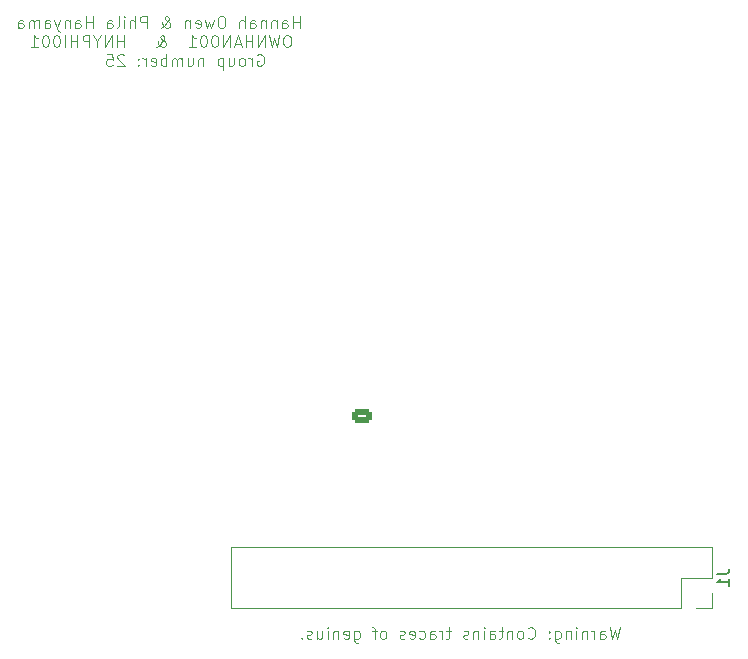
<source format=gbr>
%TF.GenerationSoftware,KiCad,Pcbnew,9.0.0*%
%TF.CreationDate,2025-04-16T10:09:12+02:00*%
%TF.ProjectId,EEE3088F Design project,45454533-3038-4384-9620-44657369676e,rev?*%
%TF.SameCoordinates,Original*%
%TF.FileFunction,Legend,Bot*%
%TF.FilePolarity,Positive*%
%FSLAX46Y46*%
G04 Gerber Fmt 4.6, Leading zero omitted, Abs format (unit mm)*
G04 Created by KiCad (PCBNEW 9.0.0) date 2025-04-16 10:09:12*
%MOMM*%
%LPD*%
G01*
G04 APERTURE LIST*
G04 Aperture macros list*
%AMRoundRect*
0 Rectangle with rounded corners*
0 $1 Rounding radius*
0 $2 $3 $4 $5 $6 $7 $8 $9 X,Y pos of 4 corners*
0 Add a 4 corners polygon primitive as box body*
4,1,4,$2,$3,$4,$5,$6,$7,$8,$9,$2,$3,0*
0 Add four circle primitives for the rounded corners*
1,1,$1+$1,$2,$3*
1,1,$1+$1,$4,$5*
1,1,$1+$1,$6,$7*
1,1,$1+$1,$8,$9*
0 Add four rect primitives between the rounded corners*
20,1,$1+$1,$2,$3,$4,$5,0*
20,1,$1+$1,$4,$5,$6,$7,0*
20,1,$1+$1,$6,$7,$8,$9,0*
20,1,$1+$1,$8,$9,$2,$3,0*%
G04 Aperture macros list end*
%ADD10C,0.100000*%
%ADD11C,0.150000*%
%ADD12C,0.120000*%
%ADD13C,3.000000*%
%ADD14RoundRect,0.250000X-0.625000X0.350000X-0.625000X-0.350000X0.625000X-0.350000X0.625000X0.350000X0*%
%ADD15O,1.750000X1.200000*%
%ADD16O,1.000000X1.700000*%
%ADD17R,1.700000X1.700000*%
%ADD18O,1.700000X1.700000*%
G04 APERTURE END LIST*
D10*
X135196115Y-68152531D02*
X135196115Y-67152531D01*
X135196115Y-67628721D02*
X134624687Y-67628721D01*
X134624687Y-68152531D02*
X134624687Y-67152531D01*
X133719925Y-68152531D02*
X133719925Y-67628721D01*
X133719925Y-67628721D02*
X133767544Y-67533483D01*
X133767544Y-67533483D02*
X133862782Y-67485864D01*
X133862782Y-67485864D02*
X134053258Y-67485864D01*
X134053258Y-67485864D02*
X134148496Y-67533483D01*
X133719925Y-68104912D02*
X133815163Y-68152531D01*
X133815163Y-68152531D02*
X134053258Y-68152531D01*
X134053258Y-68152531D02*
X134148496Y-68104912D01*
X134148496Y-68104912D02*
X134196115Y-68009673D01*
X134196115Y-68009673D02*
X134196115Y-67914435D01*
X134196115Y-67914435D02*
X134148496Y-67819197D01*
X134148496Y-67819197D02*
X134053258Y-67771578D01*
X134053258Y-67771578D02*
X133815163Y-67771578D01*
X133815163Y-67771578D02*
X133719925Y-67723959D01*
X133243734Y-67485864D02*
X133243734Y-68152531D01*
X133243734Y-67581102D02*
X133196115Y-67533483D01*
X133196115Y-67533483D02*
X133100877Y-67485864D01*
X133100877Y-67485864D02*
X132958020Y-67485864D01*
X132958020Y-67485864D02*
X132862782Y-67533483D01*
X132862782Y-67533483D02*
X132815163Y-67628721D01*
X132815163Y-67628721D02*
X132815163Y-68152531D01*
X132338972Y-67485864D02*
X132338972Y-68152531D01*
X132338972Y-67581102D02*
X132291353Y-67533483D01*
X132291353Y-67533483D02*
X132196115Y-67485864D01*
X132196115Y-67485864D02*
X132053258Y-67485864D01*
X132053258Y-67485864D02*
X131958020Y-67533483D01*
X131958020Y-67533483D02*
X131910401Y-67628721D01*
X131910401Y-67628721D02*
X131910401Y-68152531D01*
X131005639Y-68152531D02*
X131005639Y-67628721D01*
X131005639Y-67628721D02*
X131053258Y-67533483D01*
X131053258Y-67533483D02*
X131148496Y-67485864D01*
X131148496Y-67485864D02*
X131338972Y-67485864D01*
X131338972Y-67485864D02*
X131434210Y-67533483D01*
X131005639Y-68104912D02*
X131100877Y-68152531D01*
X131100877Y-68152531D02*
X131338972Y-68152531D01*
X131338972Y-68152531D02*
X131434210Y-68104912D01*
X131434210Y-68104912D02*
X131481829Y-68009673D01*
X131481829Y-68009673D02*
X131481829Y-67914435D01*
X131481829Y-67914435D02*
X131434210Y-67819197D01*
X131434210Y-67819197D02*
X131338972Y-67771578D01*
X131338972Y-67771578D02*
X131100877Y-67771578D01*
X131100877Y-67771578D02*
X131005639Y-67723959D01*
X130529448Y-68152531D02*
X130529448Y-67152531D01*
X130100877Y-68152531D02*
X130100877Y-67628721D01*
X130100877Y-67628721D02*
X130148496Y-67533483D01*
X130148496Y-67533483D02*
X130243734Y-67485864D01*
X130243734Y-67485864D02*
X130386591Y-67485864D01*
X130386591Y-67485864D02*
X130481829Y-67533483D01*
X130481829Y-67533483D02*
X130529448Y-67581102D01*
X128672305Y-67152531D02*
X128481829Y-67152531D01*
X128481829Y-67152531D02*
X128386591Y-67200150D01*
X128386591Y-67200150D02*
X128291353Y-67295388D01*
X128291353Y-67295388D02*
X128243734Y-67485864D01*
X128243734Y-67485864D02*
X128243734Y-67819197D01*
X128243734Y-67819197D02*
X128291353Y-68009673D01*
X128291353Y-68009673D02*
X128386591Y-68104912D01*
X128386591Y-68104912D02*
X128481829Y-68152531D01*
X128481829Y-68152531D02*
X128672305Y-68152531D01*
X128672305Y-68152531D02*
X128767543Y-68104912D01*
X128767543Y-68104912D02*
X128862781Y-68009673D01*
X128862781Y-68009673D02*
X128910400Y-67819197D01*
X128910400Y-67819197D02*
X128910400Y-67485864D01*
X128910400Y-67485864D02*
X128862781Y-67295388D01*
X128862781Y-67295388D02*
X128767543Y-67200150D01*
X128767543Y-67200150D02*
X128672305Y-67152531D01*
X127910400Y-67485864D02*
X127719924Y-68152531D01*
X127719924Y-68152531D02*
X127529448Y-67676340D01*
X127529448Y-67676340D02*
X127338972Y-68152531D01*
X127338972Y-68152531D02*
X127148496Y-67485864D01*
X126386591Y-68104912D02*
X126481829Y-68152531D01*
X126481829Y-68152531D02*
X126672305Y-68152531D01*
X126672305Y-68152531D02*
X126767543Y-68104912D01*
X126767543Y-68104912D02*
X126815162Y-68009673D01*
X126815162Y-68009673D02*
X126815162Y-67628721D01*
X126815162Y-67628721D02*
X126767543Y-67533483D01*
X126767543Y-67533483D02*
X126672305Y-67485864D01*
X126672305Y-67485864D02*
X126481829Y-67485864D01*
X126481829Y-67485864D02*
X126386591Y-67533483D01*
X126386591Y-67533483D02*
X126338972Y-67628721D01*
X126338972Y-67628721D02*
X126338972Y-67723959D01*
X126338972Y-67723959D02*
X126815162Y-67819197D01*
X125910400Y-67485864D02*
X125910400Y-68152531D01*
X125910400Y-67581102D02*
X125862781Y-67533483D01*
X125862781Y-67533483D02*
X125767543Y-67485864D01*
X125767543Y-67485864D02*
X125624686Y-67485864D01*
X125624686Y-67485864D02*
X125529448Y-67533483D01*
X125529448Y-67533483D02*
X125481829Y-67628721D01*
X125481829Y-67628721D02*
X125481829Y-68152531D01*
X123434209Y-68152531D02*
X123481829Y-68152531D01*
X123481829Y-68152531D02*
X123577067Y-68104912D01*
X123577067Y-68104912D02*
X123719924Y-67962054D01*
X123719924Y-67962054D02*
X123958019Y-67676340D01*
X123958019Y-67676340D02*
X124053257Y-67533483D01*
X124053257Y-67533483D02*
X124100876Y-67390626D01*
X124100876Y-67390626D02*
X124100876Y-67295388D01*
X124100876Y-67295388D02*
X124053257Y-67200150D01*
X124053257Y-67200150D02*
X123958019Y-67152531D01*
X123958019Y-67152531D02*
X123910400Y-67152531D01*
X123910400Y-67152531D02*
X123815162Y-67200150D01*
X123815162Y-67200150D02*
X123767543Y-67295388D01*
X123767543Y-67295388D02*
X123767543Y-67343007D01*
X123767543Y-67343007D02*
X123815162Y-67438245D01*
X123815162Y-67438245D02*
X123862781Y-67485864D01*
X123862781Y-67485864D02*
X124148495Y-67676340D01*
X124148495Y-67676340D02*
X124196114Y-67723959D01*
X124196114Y-67723959D02*
X124243733Y-67819197D01*
X124243733Y-67819197D02*
X124243733Y-67962054D01*
X124243733Y-67962054D02*
X124196114Y-68057292D01*
X124196114Y-68057292D02*
X124148495Y-68104912D01*
X124148495Y-68104912D02*
X124053257Y-68152531D01*
X124053257Y-68152531D02*
X123910400Y-68152531D01*
X123910400Y-68152531D02*
X123815162Y-68104912D01*
X123815162Y-68104912D02*
X123767543Y-68057292D01*
X123767543Y-68057292D02*
X123624686Y-67866816D01*
X123624686Y-67866816D02*
X123577067Y-67723959D01*
X123577067Y-67723959D02*
X123577067Y-67628721D01*
X122243733Y-68152531D02*
X122243733Y-67152531D01*
X122243733Y-67152531D02*
X121862781Y-67152531D01*
X121862781Y-67152531D02*
X121767543Y-67200150D01*
X121767543Y-67200150D02*
X121719924Y-67247769D01*
X121719924Y-67247769D02*
X121672305Y-67343007D01*
X121672305Y-67343007D02*
X121672305Y-67485864D01*
X121672305Y-67485864D02*
X121719924Y-67581102D01*
X121719924Y-67581102D02*
X121767543Y-67628721D01*
X121767543Y-67628721D02*
X121862781Y-67676340D01*
X121862781Y-67676340D02*
X122243733Y-67676340D01*
X121243733Y-68152531D02*
X121243733Y-67152531D01*
X120815162Y-68152531D02*
X120815162Y-67628721D01*
X120815162Y-67628721D02*
X120862781Y-67533483D01*
X120862781Y-67533483D02*
X120958019Y-67485864D01*
X120958019Y-67485864D02*
X121100876Y-67485864D01*
X121100876Y-67485864D02*
X121196114Y-67533483D01*
X121196114Y-67533483D02*
X121243733Y-67581102D01*
X120338971Y-68152531D02*
X120338971Y-67485864D01*
X120338971Y-67152531D02*
X120386590Y-67200150D01*
X120386590Y-67200150D02*
X120338971Y-67247769D01*
X120338971Y-67247769D02*
X120291352Y-67200150D01*
X120291352Y-67200150D02*
X120338971Y-67152531D01*
X120338971Y-67152531D02*
X120338971Y-67247769D01*
X119719924Y-68152531D02*
X119815162Y-68104912D01*
X119815162Y-68104912D02*
X119862781Y-68009673D01*
X119862781Y-68009673D02*
X119862781Y-67152531D01*
X118910400Y-68152531D02*
X118910400Y-67628721D01*
X118910400Y-67628721D02*
X118958019Y-67533483D01*
X118958019Y-67533483D02*
X119053257Y-67485864D01*
X119053257Y-67485864D02*
X119243733Y-67485864D01*
X119243733Y-67485864D02*
X119338971Y-67533483D01*
X118910400Y-68104912D02*
X119005638Y-68152531D01*
X119005638Y-68152531D02*
X119243733Y-68152531D01*
X119243733Y-68152531D02*
X119338971Y-68104912D01*
X119338971Y-68104912D02*
X119386590Y-68009673D01*
X119386590Y-68009673D02*
X119386590Y-67914435D01*
X119386590Y-67914435D02*
X119338971Y-67819197D01*
X119338971Y-67819197D02*
X119243733Y-67771578D01*
X119243733Y-67771578D02*
X119005638Y-67771578D01*
X119005638Y-67771578D02*
X118910400Y-67723959D01*
X117672304Y-68152531D02*
X117672304Y-67152531D01*
X117672304Y-67628721D02*
X117100876Y-67628721D01*
X117100876Y-68152531D02*
X117100876Y-67152531D01*
X116196114Y-68152531D02*
X116196114Y-67628721D01*
X116196114Y-67628721D02*
X116243733Y-67533483D01*
X116243733Y-67533483D02*
X116338971Y-67485864D01*
X116338971Y-67485864D02*
X116529447Y-67485864D01*
X116529447Y-67485864D02*
X116624685Y-67533483D01*
X116196114Y-68104912D02*
X116291352Y-68152531D01*
X116291352Y-68152531D02*
X116529447Y-68152531D01*
X116529447Y-68152531D02*
X116624685Y-68104912D01*
X116624685Y-68104912D02*
X116672304Y-68009673D01*
X116672304Y-68009673D02*
X116672304Y-67914435D01*
X116672304Y-67914435D02*
X116624685Y-67819197D01*
X116624685Y-67819197D02*
X116529447Y-67771578D01*
X116529447Y-67771578D02*
X116291352Y-67771578D01*
X116291352Y-67771578D02*
X116196114Y-67723959D01*
X115719923Y-67485864D02*
X115719923Y-68152531D01*
X115719923Y-67581102D02*
X115672304Y-67533483D01*
X115672304Y-67533483D02*
X115577066Y-67485864D01*
X115577066Y-67485864D02*
X115434209Y-67485864D01*
X115434209Y-67485864D02*
X115338971Y-67533483D01*
X115338971Y-67533483D02*
X115291352Y-67628721D01*
X115291352Y-67628721D02*
X115291352Y-68152531D01*
X114910399Y-67485864D02*
X114672304Y-68152531D01*
X114434209Y-67485864D02*
X114672304Y-68152531D01*
X114672304Y-68152531D02*
X114767542Y-68390626D01*
X114767542Y-68390626D02*
X114815161Y-68438245D01*
X114815161Y-68438245D02*
X114910399Y-68485864D01*
X113624685Y-68152531D02*
X113624685Y-67628721D01*
X113624685Y-67628721D02*
X113672304Y-67533483D01*
X113672304Y-67533483D02*
X113767542Y-67485864D01*
X113767542Y-67485864D02*
X113958018Y-67485864D01*
X113958018Y-67485864D02*
X114053256Y-67533483D01*
X113624685Y-68104912D02*
X113719923Y-68152531D01*
X113719923Y-68152531D02*
X113958018Y-68152531D01*
X113958018Y-68152531D02*
X114053256Y-68104912D01*
X114053256Y-68104912D02*
X114100875Y-68009673D01*
X114100875Y-68009673D02*
X114100875Y-67914435D01*
X114100875Y-67914435D02*
X114053256Y-67819197D01*
X114053256Y-67819197D02*
X113958018Y-67771578D01*
X113958018Y-67771578D02*
X113719923Y-67771578D01*
X113719923Y-67771578D02*
X113624685Y-67723959D01*
X113148494Y-68152531D02*
X113148494Y-67485864D01*
X113148494Y-67581102D02*
X113100875Y-67533483D01*
X113100875Y-67533483D02*
X113005637Y-67485864D01*
X113005637Y-67485864D02*
X112862780Y-67485864D01*
X112862780Y-67485864D02*
X112767542Y-67533483D01*
X112767542Y-67533483D02*
X112719923Y-67628721D01*
X112719923Y-67628721D02*
X112719923Y-68152531D01*
X112719923Y-67628721D02*
X112672304Y-67533483D01*
X112672304Y-67533483D02*
X112577066Y-67485864D01*
X112577066Y-67485864D02*
X112434209Y-67485864D01*
X112434209Y-67485864D02*
X112338970Y-67533483D01*
X112338970Y-67533483D02*
X112291351Y-67628721D01*
X112291351Y-67628721D02*
X112291351Y-68152531D01*
X111386590Y-68152531D02*
X111386590Y-67628721D01*
X111386590Y-67628721D02*
X111434209Y-67533483D01*
X111434209Y-67533483D02*
X111529447Y-67485864D01*
X111529447Y-67485864D02*
X111719923Y-67485864D01*
X111719923Y-67485864D02*
X111815161Y-67533483D01*
X111386590Y-68104912D02*
X111481828Y-68152531D01*
X111481828Y-68152531D02*
X111719923Y-68152531D01*
X111719923Y-68152531D02*
X111815161Y-68104912D01*
X111815161Y-68104912D02*
X111862780Y-68009673D01*
X111862780Y-68009673D02*
X111862780Y-67914435D01*
X111862780Y-67914435D02*
X111815161Y-67819197D01*
X111815161Y-67819197D02*
X111719923Y-67771578D01*
X111719923Y-67771578D02*
X111481828Y-67771578D01*
X111481828Y-67771578D02*
X111386590Y-67723959D01*
X134243734Y-68762475D02*
X134053258Y-68762475D01*
X134053258Y-68762475D02*
X133958020Y-68810094D01*
X133958020Y-68810094D02*
X133862782Y-68905332D01*
X133862782Y-68905332D02*
X133815163Y-69095808D01*
X133815163Y-69095808D02*
X133815163Y-69429141D01*
X133815163Y-69429141D02*
X133862782Y-69619617D01*
X133862782Y-69619617D02*
X133958020Y-69714856D01*
X133958020Y-69714856D02*
X134053258Y-69762475D01*
X134053258Y-69762475D02*
X134243734Y-69762475D01*
X134243734Y-69762475D02*
X134338972Y-69714856D01*
X134338972Y-69714856D02*
X134434210Y-69619617D01*
X134434210Y-69619617D02*
X134481829Y-69429141D01*
X134481829Y-69429141D02*
X134481829Y-69095808D01*
X134481829Y-69095808D02*
X134434210Y-68905332D01*
X134434210Y-68905332D02*
X134338972Y-68810094D01*
X134338972Y-68810094D02*
X134243734Y-68762475D01*
X133481829Y-68762475D02*
X133243734Y-69762475D01*
X133243734Y-69762475D02*
X133053258Y-69048189D01*
X133053258Y-69048189D02*
X132862782Y-69762475D01*
X132862782Y-69762475D02*
X132624687Y-68762475D01*
X132243734Y-69762475D02*
X132243734Y-68762475D01*
X132243734Y-68762475D02*
X131672306Y-69762475D01*
X131672306Y-69762475D02*
X131672306Y-68762475D01*
X131196115Y-69762475D02*
X131196115Y-68762475D01*
X131196115Y-69238665D02*
X130624687Y-69238665D01*
X130624687Y-69762475D02*
X130624687Y-68762475D01*
X130196115Y-69476760D02*
X129719925Y-69476760D01*
X130291353Y-69762475D02*
X129958020Y-68762475D01*
X129958020Y-68762475D02*
X129624687Y-69762475D01*
X129291353Y-69762475D02*
X129291353Y-68762475D01*
X129291353Y-68762475D02*
X128719925Y-69762475D01*
X128719925Y-69762475D02*
X128719925Y-68762475D01*
X128053258Y-68762475D02*
X127958020Y-68762475D01*
X127958020Y-68762475D02*
X127862782Y-68810094D01*
X127862782Y-68810094D02*
X127815163Y-68857713D01*
X127815163Y-68857713D02*
X127767544Y-68952951D01*
X127767544Y-68952951D02*
X127719925Y-69143427D01*
X127719925Y-69143427D02*
X127719925Y-69381522D01*
X127719925Y-69381522D02*
X127767544Y-69571998D01*
X127767544Y-69571998D02*
X127815163Y-69667236D01*
X127815163Y-69667236D02*
X127862782Y-69714856D01*
X127862782Y-69714856D02*
X127958020Y-69762475D01*
X127958020Y-69762475D02*
X128053258Y-69762475D01*
X128053258Y-69762475D02*
X128148496Y-69714856D01*
X128148496Y-69714856D02*
X128196115Y-69667236D01*
X128196115Y-69667236D02*
X128243734Y-69571998D01*
X128243734Y-69571998D02*
X128291353Y-69381522D01*
X128291353Y-69381522D02*
X128291353Y-69143427D01*
X128291353Y-69143427D02*
X128243734Y-68952951D01*
X128243734Y-68952951D02*
X128196115Y-68857713D01*
X128196115Y-68857713D02*
X128148496Y-68810094D01*
X128148496Y-68810094D02*
X128053258Y-68762475D01*
X127100877Y-68762475D02*
X127005639Y-68762475D01*
X127005639Y-68762475D02*
X126910401Y-68810094D01*
X126910401Y-68810094D02*
X126862782Y-68857713D01*
X126862782Y-68857713D02*
X126815163Y-68952951D01*
X126815163Y-68952951D02*
X126767544Y-69143427D01*
X126767544Y-69143427D02*
X126767544Y-69381522D01*
X126767544Y-69381522D02*
X126815163Y-69571998D01*
X126815163Y-69571998D02*
X126862782Y-69667236D01*
X126862782Y-69667236D02*
X126910401Y-69714856D01*
X126910401Y-69714856D02*
X127005639Y-69762475D01*
X127005639Y-69762475D02*
X127100877Y-69762475D01*
X127100877Y-69762475D02*
X127196115Y-69714856D01*
X127196115Y-69714856D02*
X127243734Y-69667236D01*
X127243734Y-69667236D02*
X127291353Y-69571998D01*
X127291353Y-69571998D02*
X127338972Y-69381522D01*
X127338972Y-69381522D02*
X127338972Y-69143427D01*
X127338972Y-69143427D02*
X127291353Y-68952951D01*
X127291353Y-68952951D02*
X127243734Y-68857713D01*
X127243734Y-68857713D02*
X127196115Y-68810094D01*
X127196115Y-68810094D02*
X127100877Y-68762475D01*
X125815163Y-69762475D02*
X126386591Y-69762475D01*
X126100877Y-69762475D02*
X126100877Y-68762475D01*
X126100877Y-68762475D02*
X126196115Y-68905332D01*
X126196115Y-68905332D02*
X126291353Y-69000570D01*
X126291353Y-69000570D02*
X126386591Y-69048189D01*
X123053257Y-69762475D02*
X123100877Y-69762475D01*
X123100877Y-69762475D02*
X123196115Y-69714856D01*
X123196115Y-69714856D02*
X123338972Y-69571998D01*
X123338972Y-69571998D02*
X123577067Y-69286284D01*
X123577067Y-69286284D02*
X123672305Y-69143427D01*
X123672305Y-69143427D02*
X123719924Y-69000570D01*
X123719924Y-69000570D02*
X123719924Y-68905332D01*
X123719924Y-68905332D02*
X123672305Y-68810094D01*
X123672305Y-68810094D02*
X123577067Y-68762475D01*
X123577067Y-68762475D02*
X123529448Y-68762475D01*
X123529448Y-68762475D02*
X123434210Y-68810094D01*
X123434210Y-68810094D02*
X123386591Y-68905332D01*
X123386591Y-68905332D02*
X123386591Y-68952951D01*
X123386591Y-68952951D02*
X123434210Y-69048189D01*
X123434210Y-69048189D02*
X123481829Y-69095808D01*
X123481829Y-69095808D02*
X123767543Y-69286284D01*
X123767543Y-69286284D02*
X123815162Y-69333903D01*
X123815162Y-69333903D02*
X123862781Y-69429141D01*
X123862781Y-69429141D02*
X123862781Y-69571998D01*
X123862781Y-69571998D02*
X123815162Y-69667236D01*
X123815162Y-69667236D02*
X123767543Y-69714856D01*
X123767543Y-69714856D02*
X123672305Y-69762475D01*
X123672305Y-69762475D02*
X123529448Y-69762475D01*
X123529448Y-69762475D02*
X123434210Y-69714856D01*
X123434210Y-69714856D02*
X123386591Y-69667236D01*
X123386591Y-69667236D02*
X123243734Y-69476760D01*
X123243734Y-69476760D02*
X123196115Y-69333903D01*
X123196115Y-69333903D02*
X123196115Y-69238665D01*
X120338971Y-69762475D02*
X120338971Y-68762475D01*
X120338971Y-69238665D02*
X119767543Y-69238665D01*
X119767543Y-69762475D02*
X119767543Y-68762475D01*
X119291352Y-69762475D02*
X119291352Y-68762475D01*
X119291352Y-68762475D02*
X118719924Y-69762475D01*
X118719924Y-69762475D02*
X118719924Y-68762475D01*
X118053257Y-69286284D02*
X118053257Y-69762475D01*
X118386590Y-68762475D02*
X118053257Y-69286284D01*
X118053257Y-69286284D02*
X117719924Y-68762475D01*
X117386590Y-69762475D02*
X117386590Y-68762475D01*
X117386590Y-68762475D02*
X117005638Y-68762475D01*
X117005638Y-68762475D02*
X116910400Y-68810094D01*
X116910400Y-68810094D02*
X116862781Y-68857713D01*
X116862781Y-68857713D02*
X116815162Y-68952951D01*
X116815162Y-68952951D02*
X116815162Y-69095808D01*
X116815162Y-69095808D02*
X116862781Y-69191046D01*
X116862781Y-69191046D02*
X116910400Y-69238665D01*
X116910400Y-69238665D02*
X117005638Y-69286284D01*
X117005638Y-69286284D02*
X117386590Y-69286284D01*
X116386590Y-69762475D02*
X116386590Y-68762475D01*
X116386590Y-69238665D02*
X115815162Y-69238665D01*
X115815162Y-69762475D02*
X115815162Y-68762475D01*
X115338971Y-69762475D02*
X115338971Y-68762475D01*
X114672305Y-68762475D02*
X114577067Y-68762475D01*
X114577067Y-68762475D02*
X114481829Y-68810094D01*
X114481829Y-68810094D02*
X114434210Y-68857713D01*
X114434210Y-68857713D02*
X114386591Y-68952951D01*
X114386591Y-68952951D02*
X114338972Y-69143427D01*
X114338972Y-69143427D02*
X114338972Y-69381522D01*
X114338972Y-69381522D02*
X114386591Y-69571998D01*
X114386591Y-69571998D02*
X114434210Y-69667236D01*
X114434210Y-69667236D02*
X114481829Y-69714856D01*
X114481829Y-69714856D02*
X114577067Y-69762475D01*
X114577067Y-69762475D02*
X114672305Y-69762475D01*
X114672305Y-69762475D02*
X114767543Y-69714856D01*
X114767543Y-69714856D02*
X114815162Y-69667236D01*
X114815162Y-69667236D02*
X114862781Y-69571998D01*
X114862781Y-69571998D02*
X114910400Y-69381522D01*
X114910400Y-69381522D02*
X114910400Y-69143427D01*
X114910400Y-69143427D02*
X114862781Y-68952951D01*
X114862781Y-68952951D02*
X114815162Y-68857713D01*
X114815162Y-68857713D02*
X114767543Y-68810094D01*
X114767543Y-68810094D02*
X114672305Y-68762475D01*
X113719924Y-68762475D02*
X113624686Y-68762475D01*
X113624686Y-68762475D02*
X113529448Y-68810094D01*
X113529448Y-68810094D02*
X113481829Y-68857713D01*
X113481829Y-68857713D02*
X113434210Y-68952951D01*
X113434210Y-68952951D02*
X113386591Y-69143427D01*
X113386591Y-69143427D02*
X113386591Y-69381522D01*
X113386591Y-69381522D02*
X113434210Y-69571998D01*
X113434210Y-69571998D02*
X113481829Y-69667236D01*
X113481829Y-69667236D02*
X113529448Y-69714856D01*
X113529448Y-69714856D02*
X113624686Y-69762475D01*
X113624686Y-69762475D02*
X113719924Y-69762475D01*
X113719924Y-69762475D02*
X113815162Y-69714856D01*
X113815162Y-69714856D02*
X113862781Y-69667236D01*
X113862781Y-69667236D02*
X113910400Y-69571998D01*
X113910400Y-69571998D02*
X113958019Y-69381522D01*
X113958019Y-69381522D02*
X113958019Y-69143427D01*
X113958019Y-69143427D02*
X113910400Y-68952951D01*
X113910400Y-68952951D02*
X113862781Y-68857713D01*
X113862781Y-68857713D02*
X113815162Y-68810094D01*
X113815162Y-68810094D02*
X113719924Y-68762475D01*
X112434210Y-69762475D02*
X113005638Y-69762475D01*
X112719924Y-69762475D02*
X112719924Y-68762475D01*
X112719924Y-68762475D02*
X112815162Y-68905332D01*
X112815162Y-68905332D02*
X112910400Y-69000570D01*
X112910400Y-69000570D02*
X113005638Y-69048189D01*
X131624686Y-70420038D02*
X131719924Y-70372419D01*
X131719924Y-70372419D02*
X131862781Y-70372419D01*
X131862781Y-70372419D02*
X132005638Y-70420038D01*
X132005638Y-70420038D02*
X132100876Y-70515276D01*
X132100876Y-70515276D02*
X132148495Y-70610514D01*
X132148495Y-70610514D02*
X132196114Y-70800990D01*
X132196114Y-70800990D02*
X132196114Y-70943847D01*
X132196114Y-70943847D02*
X132148495Y-71134323D01*
X132148495Y-71134323D02*
X132100876Y-71229561D01*
X132100876Y-71229561D02*
X132005638Y-71324800D01*
X132005638Y-71324800D02*
X131862781Y-71372419D01*
X131862781Y-71372419D02*
X131767543Y-71372419D01*
X131767543Y-71372419D02*
X131624686Y-71324800D01*
X131624686Y-71324800D02*
X131577067Y-71277180D01*
X131577067Y-71277180D02*
X131577067Y-70943847D01*
X131577067Y-70943847D02*
X131767543Y-70943847D01*
X131148495Y-71372419D02*
X131148495Y-70705752D01*
X131148495Y-70896228D02*
X131100876Y-70800990D01*
X131100876Y-70800990D02*
X131053257Y-70753371D01*
X131053257Y-70753371D02*
X130958019Y-70705752D01*
X130958019Y-70705752D02*
X130862781Y-70705752D01*
X130386590Y-71372419D02*
X130481828Y-71324800D01*
X130481828Y-71324800D02*
X130529447Y-71277180D01*
X130529447Y-71277180D02*
X130577066Y-71181942D01*
X130577066Y-71181942D02*
X130577066Y-70896228D01*
X130577066Y-70896228D02*
X130529447Y-70800990D01*
X130529447Y-70800990D02*
X130481828Y-70753371D01*
X130481828Y-70753371D02*
X130386590Y-70705752D01*
X130386590Y-70705752D02*
X130243733Y-70705752D01*
X130243733Y-70705752D02*
X130148495Y-70753371D01*
X130148495Y-70753371D02*
X130100876Y-70800990D01*
X130100876Y-70800990D02*
X130053257Y-70896228D01*
X130053257Y-70896228D02*
X130053257Y-71181942D01*
X130053257Y-71181942D02*
X130100876Y-71277180D01*
X130100876Y-71277180D02*
X130148495Y-71324800D01*
X130148495Y-71324800D02*
X130243733Y-71372419D01*
X130243733Y-71372419D02*
X130386590Y-71372419D01*
X129196114Y-70705752D02*
X129196114Y-71372419D01*
X129624685Y-70705752D02*
X129624685Y-71229561D01*
X129624685Y-71229561D02*
X129577066Y-71324800D01*
X129577066Y-71324800D02*
X129481828Y-71372419D01*
X129481828Y-71372419D02*
X129338971Y-71372419D01*
X129338971Y-71372419D02*
X129243733Y-71324800D01*
X129243733Y-71324800D02*
X129196114Y-71277180D01*
X128719923Y-70705752D02*
X128719923Y-71705752D01*
X128719923Y-70753371D02*
X128624685Y-70705752D01*
X128624685Y-70705752D02*
X128434209Y-70705752D01*
X128434209Y-70705752D02*
X128338971Y-70753371D01*
X128338971Y-70753371D02*
X128291352Y-70800990D01*
X128291352Y-70800990D02*
X128243733Y-70896228D01*
X128243733Y-70896228D02*
X128243733Y-71181942D01*
X128243733Y-71181942D02*
X128291352Y-71277180D01*
X128291352Y-71277180D02*
X128338971Y-71324800D01*
X128338971Y-71324800D02*
X128434209Y-71372419D01*
X128434209Y-71372419D02*
X128624685Y-71372419D01*
X128624685Y-71372419D02*
X128719923Y-71324800D01*
X127053256Y-70705752D02*
X127053256Y-71372419D01*
X127053256Y-70800990D02*
X127005637Y-70753371D01*
X127005637Y-70753371D02*
X126910399Y-70705752D01*
X126910399Y-70705752D02*
X126767542Y-70705752D01*
X126767542Y-70705752D02*
X126672304Y-70753371D01*
X126672304Y-70753371D02*
X126624685Y-70848609D01*
X126624685Y-70848609D02*
X126624685Y-71372419D01*
X125719923Y-70705752D02*
X125719923Y-71372419D01*
X126148494Y-70705752D02*
X126148494Y-71229561D01*
X126148494Y-71229561D02*
X126100875Y-71324800D01*
X126100875Y-71324800D02*
X126005637Y-71372419D01*
X126005637Y-71372419D02*
X125862780Y-71372419D01*
X125862780Y-71372419D02*
X125767542Y-71324800D01*
X125767542Y-71324800D02*
X125719923Y-71277180D01*
X125243732Y-71372419D02*
X125243732Y-70705752D01*
X125243732Y-70800990D02*
X125196113Y-70753371D01*
X125196113Y-70753371D02*
X125100875Y-70705752D01*
X125100875Y-70705752D02*
X124958018Y-70705752D01*
X124958018Y-70705752D02*
X124862780Y-70753371D01*
X124862780Y-70753371D02*
X124815161Y-70848609D01*
X124815161Y-70848609D02*
X124815161Y-71372419D01*
X124815161Y-70848609D02*
X124767542Y-70753371D01*
X124767542Y-70753371D02*
X124672304Y-70705752D01*
X124672304Y-70705752D02*
X124529447Y-70705752D01*
X124529447Y-70705752D02*
X124434208Y-70753371D01*
X124434208Y-70753371D02*
X124386589Y-70848609D01*
X124386589Y-70848609D02*
X124386589Y-71372419D01*
X123910399Y-71372419D02*
X123910399Y-70372419D01*
X123910399Y-70753371D02*
X123815161Y-70705752D01*
X123815161Y-70705752D02*
X123624685Y-70705752D01*
X123624685Y-70705752D02*
X123529447Y-70753371D01*
X123529447Y-70753371D02*
X123481828Y-70800990D01*
X123481828Y-70800990D02*
X123434209Y-70896228D01*
X123434209Y-70896228D02*
X123434209Y-71181942D01*
X123434209Y-71181942D02*
X123481828Y-71277180D01*
X123481828Y-71277180D02*
X123529447Y-71324800D01*
X123529447Y-71324800D02*
X123624685Y-71372419D01*
X123624685Y-71372419D02*
X123815161Y-71372419D01*
X123815161Y-71372419D02*
X123910399Y-71324800D01*
X122624685Y-71324800D02*
X122719923Y-71372419D01*
X122719923Y-71372419D02*
X122910399Y-71372419D01*
X122910399Y-71372419D02*
X123005637Y-71324800D01*
X123005637Y-71324800D02*
X123053256Y-71229561D01*
X123053256Y-71229561D02*
X123053256Y-70848609D01*
X123053256Y-70848609D02*
X123005637Y-70753371D01*
X123005637Y-70753371D02*
X122910399Y-70705752D01*
X122910399Y-70705752D02*
X122719923Y-70705752D01*
X122719923Y-70705752D02*
X122624685Y-70753371D01*
X122624685Y-70753371D02*
X122577066Y-70848609D01*
X122577066Y-70848609D02*
X122577066Y-70943847D01*
X122577066Y-70943847D02*
X123053256Y-71039085D01*
X122148494Y-71372419D02*
X122148494Y-70705752D01*
X122148494Y-70896228D02*
X122100875Y-70800990D01*
X122100875Y-70800990D02*
X122053256Y-70753371D01*
X122053256Y-70753371D02*
X121958018Y-70705752D01*
X121958018Y-70705752D02*
X121862780Y-70705752D01*
X121529446Y-71277180D02*
X121481827Y-71324800D01*
X121481827Y-71324800D02*
X121529446Y-71372419D01*
X121529446Y-71372419D02*
X121577065Y-71324800D01*
X121577065Y-71324800D02*
X121529446Y-71277180D01*
X121529446Y-71277180D02*
X121529446Y-71372419D01*
X121529446Y-70753371D02*
X121481827Y-70800990D01*
X121481827Y-70800990D02*
X121529446Y-70848609D01*
X121529446Y-70848609D02*
X121577065Y-70800990D01*
X121577065Y-70800990D02*
X121529446Y-70753371D01*
X121529446Y-70753371D02*
X121529446Y-70848609D01*
X120338970Y-70467657D02*
X120291351Y-70420038D01*
X120291351Y-70420038D02*
X120196113Y-70372419D01*
X120196113Y-70372419D02*
X119958018Y-70372419D01*
X119958018Y-70372419D02*
X119862780Y-70420038D01*
X119862780Y-70420038D02*
X119815161Y-70467657D01*
X119815161Y-70467657D02*
X119767542Y-70562895D01*
X119767542Y-70562895D02*
X119767542Y-70658133D01*
X119767542Y-70658133D02*
X119815161Y-70800990D01*
X119815161Y-70800990D02*
X120386589Y-71372419D01*
X120386589Y-71372419D02*
X119767542Y-71372419D01*
X118862780Y-70372419D02*
X119338970Y-70372419D01*
X119338970Y-70372419D02*
X119386589Y-70848609D01*
X119386589Y-70848609D02*
X119338970Y-70800990D01*
X119338970Y-70800990D02*
X119243732Y-70753371D01*
X119243732Y-70753371D02*
X119005637Y-70753371D01*
X119005637Y-70753371D02*
X118910399Y-70800990D01*
X118910399Y-70800990D02*
X118862780Y-70848609D01*
X118862780Y-70848609D02*
X118815161Y-70943847D01*
X118815161Y-70943847D02*
X118815161Y-71181942D01*
X118815161Y-71181942D02*
X118862780Y-71277180D01*
X118862780Y-71277180D02*
X118910399Y-71324800D01*
X118910399Y-71324800D02*
X119005637Y-71372419D01*
X119005637Y-71372419D02*
X119243732Y-71372419D01*
X119243732Y-71372419D02*
X119338970Y-71324800D01*
X119338970Y-71324800D02*
X119386589Y-71277180D01*
X162291353Y-118872419D02*
X162053258Y-119872419D01*
X162053258Y-119872419D02*
X161862782Y-119158133D01*
X161862782Y-119158133D02*
X161672306Y-119872419D01*
X161672306Y-119872419D02*
X161434211Y-118872419D01*
X160624687Y-119872419D02*
X160624687Y-119348609D01*
X160624687Y-119348609D02*
X160672306Y-119253371D01*
X160672306Y-119253371D02*
X160767544Y-119205752D01*
X160767544Y-119205752D02*
X160958020Y-119205752D01*
X160958020Y-119205752D02*
X161053258Y-119253371D01*
X160624687Y-119824800D02*
X160719925Y-119872419D01*
X160719925Y-119872419D02*
X160958020Y-119872419D01*
X160958020Y-119872419D02*
X161053258Y-119824800D01*
X161053258Y-119824800D02*
X161100877Y-119729561D01*
X161100877Y-119729561D02*
X161100877Y-119634323D01*
X161100877Y-119634323D02*
X161053258Y-119539085D01*
X161053258Y-119539085D02*
X160958020Y-119491466D01*
X160958020Y-119491466D02*
X160719925Y-119491466D01*
X160719925Y-119491466D02*
X160624687Y-119443847D01*
X160148496Y-119872419D02*
X160148496Y-119205752D01*
X160148496Y-119396228D02*
X160100877Y-119300990D01*
X160100877Y-119300990D02*
X160053258Y-119253371D01*
X160053258Y-119253371D02*
X159958020Y-119205752D01*
X159958020Y-119205752D02*
X159862782Y-119205752D01*
X159529448Y-119205752D02*
X159529448Y-119872419D01*
X159529448Y-119300990D02*
X159481829Y-119253371D01*
X159481829Y-119253371D02*
X159386591Y-119205752D01*
X159386591Y-119205752D02*
X159243734Y-119205752D01*
X159243734Y-119205752D02*
X159148496Y-119253371D01*
X159148496Y-119253371D02*
X159100877Y-119348609D01*
X159100877Y-119348609D02*
X159100877Y-119872419D01*
X158624686Y-119872419D02*
X158624686Y-119205752D01*
X158624686Y-118872419D02*
X158672305Y-118920038D01*
X158672305Y-118920038D02*
X158624686Y-118967657D01*
X158624686Y-118967657D02*
X158577067Y-118920038D01*
X158577067Y-118920038D02*
X158624686Y-118872419D01*
X158624686Y-118872419D02*
X158624686Y-118967657D01*
X158148496Y-119205752D02*
X158148496Y-119872419D01*
X158148496Y-119300990D02*
X158100877Y-119253371D01*
X158100877Y-119253371D02*
X158005639Y-119205752D01*
X158005639Y-119205752D02*
X157862782Y-119205752D01*
X157862782Y-119205752D02*
X157767544Y-119253371D01*
X157767544Y-119253371D02*
X157719925Y-119348609D01*
X157719925Y-119348609D02*
X157719925Y-119872419D01*
X156815163Y-119205752D02*
X156815163Y-120015276D01*
X156815163Y-120015276D02*
X156862782Y-120110514D01*
X156862782Y-120110514D02*
X156910401Y-120158133D01*
X156910401Y-120158133D02*
X157005639Y-120205752D01*
X157005639Y-120205752D02*
X157148496Y-120205752D01*
X157148496Y-120205752D02*
X157243734Y-120158133D01*
X156815163Y-119824800D02*
X156910401Y-119872419D01*
X156910401Y-119872419D02*
X157100877Y-119872419D01*
X157100877Y-119872419D02*
X157196115Y-119824800D01*
X157196115Y-119824800D02*
X157243734Y-119777180D01*
X157243734Y-119777180D02*
X157291353Y-119681942D01*
X157291353Y-119681942D02*
X157291353Y-119396228D01*
X157291353Y-119396228D02*
X157243734Y-119300990D01*
X157243734Y-119300990D02*
X157196115Y-119253371D01*
X157196115Y-119253371D02*
X157100877Y-119205752D01*
X157100877Y-119205752D02*
X156910401Y-119205752D01*
X156910401Y-119205752D02*
X156815163Y-119253371D01*
X156338972Y-119777180D02*
X156291353Y-119824800D01*
X156291353Y-119824800D02*
X156338972Y-119872419D01*
X156338972Y-119872419D02*
X156386591Y-119824800D01*
X156386591Y-119824800D02*
X156338972Y-119777180D01*
X156338972Y-119777180D02*
X156338972Y-119872419D01*
X156338972Y-119253371D02*
X156291353Y-119300990D01*
X156291353Y-119300990D02*
X156338972Y-119348609D01*
X156338972Y-119348609D02*
X156386591Y-119300990D01*
X156386591Y-119300990D02*
X156338972Y-119253371D01*
X156338972Y-119253371D02*
X156338972Y-119348609D01*
X154529449Y-119777180D02*
X154577068Y-119824800D01*
X154577068Y-119824800D02*
X154719925Y-119872419D01*
X154719925Y-119872419D02*
X154815163Y-119872419D01*
X154815163Y-119872419D02*
X154958020Y-119824800D01*
X154958020Y-119824800D02*
X155053258Y-119729561D01*
X155053258Y-119729561D02*
X155100877Y-119634323D01*
X155100877Y-119634323D02*
X155148496Y-119443847D01*
X155148496Y-119443847D02*
X155148496Y-119300990D01*
X155148496Y-119300990D02*
X155100877Y-119110514D01*
X155100877Y-119110514D02*
X155053258Y-119015276D01*
X155053258Y-119015276D02*
X154958020Y-118920038D01*
X154958020Y-118920038D02*
X154815163Y-118872419D01*
X154815163Y-118872419D02*
X154719925Y-118872419D01*
X154719925Y-118872419D02*
X154577068Y-118920038D01*
X154577068Y-118920038D02*
X154529449Y-118967657D01*
X153958020Y-119872419D02*
X154053258Y-119824800D01*
X154053258Y-119824800D02*
X154100877Y-119777180D01*
X154100877Y-119777180D02*
X154148496Y-119681942D01*
X154148496Y-119681942D02*
X154148496Y-119396228D01*
X154148496Y-119396228D02*
X154100877Y-119300990D01*
X154100877Y-119300990D02*
X154053258Y-119253371D01*
X154053258Y-119253371D02*
X153958020Y-119205752D01*
X153958020Y-119205752D02*
X153815163Y-119205752D01*
X153815163Y-119205752D02*
X153719925Y-119253371D01*
X153719925Y-119253371D02*
X153672306Y-119300990D01*
X153672306Y-119300990D02*
X153624687Y-119396228D01*
X153624687Y-119396228D02*
X153624687Y-119681942D01*
X153624687Y-119681942D02*
X153672306Y-119777180D01*
X153672306Y-119777180D02*
X153719925Y-119824800D01*
X153719925Y-119824800D02*
X153815163Y-119872419D01*
X153815163Y-119872419D02*
X153958020Y-119872419D01*
X153196115Y-119205752D02*
X153196115Y-119872419D01*
X153196115Y-119300990D02*
X153148496Y-119253371D01*
X153148496Y-119253371D02*
X153053258Y-119205752D01*
X153053258Y-119205752D02*
X152910401Y-119205752D01*
X152910401Y-119205752D02*
X152815163Y-119253371D01*
X152815163Y-119253371D02*
X152767544Y-119348609D01*
X152767544Y-119348609D02*
X152767544Y-119872419D01*
X152434210Y-119205752D02*
X152053258Y-119205752D01*
X152291353Y-118872419D02*
X152291353Y-119729561D01*
X152291353Y-119729561D02*
X152243734Y-119824800D01*
X152243734Y-119824800D02*
X152148496Y-119872419D01*
X152148496Y-119872419D02*
X152053258Y-119872419D01*
X151291353Y-119872419D02*
X151291353Y-119348609D01*
X151291353Y-119348609D02*
X151338972Y-119253371D01*
X151338972Y-119253371D02*
X151434210Y-119205752D01*
X151434210Y-119205752D02*
X151624686Y-119205752D01*
X151624686Y-119205752D02*
X151719924Y-119253371D01*
X151291353Y-119824800D02*
X151386591Y-119872419D01*
X151386591Y-119872419D02*
X151624686Y-119872419D01*
X151624686Y-119872419D02*
X151719924Y-119824800D01*
X151719924Y-119824800D02*
X151767543Y-119729561D01*
X151767543Y-119729561D02*
X151767543Y-119634323D01*
X151767543Y-119634323D02*
X151719924Y-119539085D01*
X151719924Y-119539085D02*
X151624686Y-119491466D01*
X151624686Y-119491466D02*
X151386591Y-119491466D01*
X151386591Y-119491466D02*
X151291353Y-119443847D01*
X150815162Y-119872419D02*
X150815162Y-119205752D01*
X150815162Y-118872419D02*
X150862781Y-118920038D01*
X150862781Y-118920038D02*
X150815162Y-118967657D01*
X150815162Y-118967657D02*
X150767543Y-118920038D01*
X150767543Y-118920038D02*
X150815162Y-118872419D01*
X150815162Y-118872419D02*
X150815162Y-118967657D01*
X150338972Y-119205752D02*
X150338972Y-119872419D01*
X150338972Y-119300990D02*
X150291353Y-119253371D01*
X150291353Y-119253371D02*
X150196115Y-119205752D01*
X150196115Y-119205752D02*
X150053258Y-119205752D01*
X150053258Y-119205752D02*
X149958020Y-119253371D01*
X149958020Y-119253371D02*
X149910401Y-119348609D01*
X149910401Y-119348609D02*
X149910401Y-119872419D01*
X149481829Y-119824800D02*
X149386591Y-119872419D01*
X149386591Y-119872419D02*
X149196115Y-119872419D01*
X149196115Y-119872419D02*
X149100877Y-119824800D01*
X149100877Y-119824800D02*
X149053258Y-119729561D01*
X149053258Y-119729561D02*
X149053258Y-119681942D01*
X149053258Y-119681942D02*
X149100877Y-119586704D01*
X149100877Y-119586704D02*
X149196115Y-119539085D01*
X149196115Y-119539085D02*
X149338972Y-119539085D01*
X149338972Y-119539085D02*
X149434210Y-119491466D01*
X149434210Y-119491466D02*
X149481829Y-119396228D01*
X149481829Y-119396228D02*
X149481829Y-119348609D01*
X149481829Y-119348609D02*
X149434210Y-119253371D01*
X149434210Y-119253371D02*
X149338972Y-119205752D01*
X149338972Y-119205752D02*
X149196115Y-119205752D01*
X149196115Y-119205752D02*
X149100877Y-119253371D01*
X148005638Y-119205752D02*
X147624686Y-119205752D01*
X147862781Y-118872419D02*
X147862781Y-119729561D01*
X147862781Y-119729561D02*
X147815162Y-119824800D01*
X147815162Y-119824800D02*
X147719924Y-119872419D01*
X147719924Y-119872419D02*
X147624686Y-119872419D01*
X147291352Y-119872419D02*
X147291352Y-119205752D01*
X147291352Y-119396228D02*
X147243733Y-119300990D01*
X147243733Y-119300990D02*
X147196114Y-119253371D01*
X147196114Y-119253371D02*
X147100876Y-119205752D01*
X147100876Y-119205752D02*
X147005638Y-119205752D01*
X146243733Y-119872419D02*
X146243733Y-119348609D01*
X146243733Y-119348609D02*
X146291352Y-119253371D01*
X146291352Y-119253371D02*
X146386590Y-119205752D01*
X146386590Y-119205752D02*
X146577066Y-119205752D01*
X146577066Y-119205752D02*
X146672304Y-119253371D01*
X146243733Y-119824800D02*
X146338971Y-119872419D01*
X146338971Y-119872419D02*
X146577066Y-119872419D01*
X146577066Y-119872419D02*
X146672304Y-119824800D01*
X146672304Y-119824800D02*
X146719923Y-119729561D01*
X146719923Y-119729561D02*
X146719923Y-119634323D01*
X146719923Y-119634323D02*
X146672304Y-119539085D01*
X146672304Y-119539085D02*
X146577066Y-119491466D01*
X146577066Y-119491466D02*
X146338971Y-119491466D01*
X146338971Y-119491466D02*
X146243733Y-119443847D01*
X145338971Y-119824800D02*
X145434209Y-119872419D01*
X145434209Y-119872419D02*
X145624685Y-119872419D01*
X145624685Y-119872419D02*
X145719923Y-119824800D01*
X145719923Y-119824800D02*
X145767542Y-119777180D01*
X145767542Y-119777180D02*
X145815161Y-119681942D01*
X145815161Y-119681942D02*
X145815161Y-119396228D01*
X145815161Y-119396228D02*
X145767542Y-119300990D01*
X145767542Y-119300990D02*
X145719923Y-119253371D01*
X145719923Y-119253371D02*
X145624685Y-119205752D01*
X145624685Y-119205752D02*
X145434209Y-119205752D01*
X145434209Y-119205752D02*
X145338971Y-119253371D01*
X144529447Y-119824800D02*
X144624685Y-119872419D01*
X144624685Y-119872419D02*
X144815161Y-119872419D01*
X144815161Y-119872419D02*
X144910399Y-119824800D01*
X144910399Y-119824800D02*
X144958018Y-119729561D01*
X144958018Y-119729561D02*
X144958018Y-119348609D01*
X144958018Y-119348609D02*
X144910399Y-119253371D01*
X144910399Y-119253371D02*
X144815161Y-119205752D01*
X144815161Y-119205752D02*
X144624685Y-119205752D01*
X144624685Y-119205752D02*
X144529447Y-119253371D01*
X144529447Y-119253371D02*
X144481828Y-119348609D01*
X144481828Y-119348609D02*
X144481828Y-119443847D01*
X144481828Y-119443847D02*
X144958018Y-119539085D01*
X144100875Y-119824800D02*
X144005637Y-119872419D01*
X144005637Y-119872419D02*
X143815161Y-119872419D01*
X143815161Y-119872419D02*
X143719923Y-119824800D01*
X143719923Y-119824800D02*
X143672304Y-119729561D01*
X143672304Y-119729561D02*
X143672304Y-119681942D01*
X143672304Y-119681942D02*
X143719923Y-119586704D01*
X143719923Y-119586704D02*
X143815161Y-119539085D01*
X143815161Y-119539085D02*
X143958018Y-119539085D01*
X143958018Y-119539085D02*
X144053256Y-119491466D01*
X144053256Y-119491466D02*
X144100875Y-119396228D01*
X144100875Y-119396228D02*
X144100875Y-119348609D01*
X144100875Y-119348609D02*
X144053256Y-119253371D01*
X144053256Y-119253371D02*
X143958018Y-119205752D01*
X143958018Y-119205752D02*
X143815161Y-119205752D01*
X143815161Y-119205752D02*
X143719923Y-119253371D01*
X142338970Y-119872419D02*
X142434208Y-119824800D01*
X142434208Y-119824800D02*
X142481827Y-119777180D01*
X142481827Y-119777180D02*
X142529446Y-119681942D01*
X142529446Y-119681942D02*
X142529446Y-119396228D01*
X142529446Y-119396228D02*
X142481827Y-119300990D01*
X142481827Y-119300990D02*
X142434208Y-119253371D01*
X142434208Y-119253371D02*
X142338970Y-119205752D01*
X142338970Y-119205752D02*
X142196113Y-119205752D01*
X142196113Y-119205752D02*
X142100875Y-119253371D01*
X142100875Y-119253371D02*
X142053256Y-119300990D01*
X142053256Y-119300990D02*
X142005637Y-119396228D01*
X142005637Y-119396228D02*
X142005637Y-119681942D01*
X142005637Y-119681942D02*
X142053256Y-119777180D01*
X142053256Y-119777180D02*
X142100875Y-119824800D01*
X142100875Y-119824800D02*
X142196113Y-119872419D01*
X142196113Y-119872419D02*
X142338970Y-119872419D01*
X141719922Y-119205752D02*
X141338970Y-119205752D01*
X141577065Y-119872419D02*
X141577065Y-119015276D01*
X141577065Y-119015276D02*
X141529446Y-118920038D01*
X141529446Y-118920038D02*
X141434208Y-118872419D01*
X141434208Y-118872419D02*
X141338970Y-118872419D01*
X139815160Y-119205752D02*
X139815160Y-120015276D01*
X139815160Y-120015276D02*
X139862779Y-120110514D01*
X139862779Y-120110514D02*
X139910398Y-120158133D01*
X139910398Y-120158133D02*
X140005636Y-120205752D01*
X140005636Y-120205752D02*
X140148493Y-120205752D01*
X140148493Y-120205752D02*
X140243731Y-120158133D01*
X139815160Y-119824800D02*
X139910398Y-119872419D01*
X139910398Y-119872419D02*
X140100874Y-119872419D01*
X140100874Y-119872419D02*
X140196112Y-119824800D01*
X140196112Y-119824800D02*
X140243731Y-119777180D01*
X140243731Y-119777180D02*
X140291350Y-119681942D01*
X140291350Y-119681942D02*
X140291350Y-119396228D01*
X140291350Y-119396228D02*
X140243731Y-119300990D01*
X140243731Y-119300990D02*
X140196112Y-119253371D01*
X140196112Y-119253371D02*
X140100874Y-119205752D01*
X140100874Y-119205752D02*
X139910398Y-119205752D01*
X139910398Y-119205752D02*
X139815160Y-119253371D01*
X138958017Y-119824800D02*
X139053255Y-119872419D01*
X139053255Y-119872419D02*
X139243731Y-119872419D01*
X139243731Y-119872419D02*
X139338969Y-119824800D01*
X139338969Y-119824800D02*
X139386588Y-119729561D01*
X139386588Y-119729561D02*
X139386588Y-119348609D01*
X139386588Y-119348609D02*
X139338969Y-119253371D01*
X139338969Y-119253371D02*
X139243731Y-119205752D01*
X139243731Y-119205752D02*
X139053255Y-119205752D01*
X139053255Y-119205752D02*
X138958017Y-119253371D01*
X138958017Y-119253371D02*
X138910398Y-119348609D01*
X138910398Y-119348609D02*
X138910398Y-119443847D01*
X138910398Y-119443847D02*
X139386588Y-119539085D01*
X138481826Y-119205752D02*
X138481826Y-119872419D01*
X138481826Y-119300990D02*
X138434207Y-119253371D01*
X138434207Y-119253371D02*
X138338969Y-119205752D01*
X138338969Y-119205752D02*
X138196112Y-119205752D01*
X138196112Y-119205752D02*
X138100874Y-119253371D01*
X138100874Y-119253371D02*
X138053255Y-119348609D01*
X138053255Y-119348609D02*
X138053255Y-119872419D01*
X137577064Y-119872419D02*
X137577064Y-119205752D01*
X137577064Y-118872419D02*
X137624683Y-118920038D01*
X137624683Y-118920038D02*
X137577064Y-118967657D01*
X137577064Y-118967657D02*
X137529445Y-118920038D01*
X137529445Y-118920038D02*
X137577064Y-118872419D01*
X137577064Y-118872419D02*
X137577064Y-118967657D01*
X136672303Y-119205752D02*
X136672303Y-119872419D01*
X137100874Y-119205752D02*
X137100874Y-119729561D01*
X137100874Y-119729561D02*
X137053255Y-119824800D01*
X137053255Y-119824800D02*
X136958017Y-119872419D01*
X136958017Y-119872419D02*
X136815160Y-119872419D01*
X136815160Y-119872419D02*
X136719922Y-119824800D01*
X136719922Y-119824800D02*
X136672303Y-119777180D01*
X136243731Y-119824800D02*
X136148493Y-119872419D01*
X136148493Y-119872419D02*
X135958017Y-119872419D01*
X135958017Y-119872419D02*
X135862779Y-119824800D01*
X135862779Y-119824800D02*
X135815160Y-119729561D01*
X135815160Y-119729561D02*
X135815160Y-119681942D01*
X135815160Y-119681942D02*
X135862779Y-119586704D01*
X135862779Y-119586704D02*
X135958017Y-119539085D01*
X135958017Y-119539085D02*
X136100874Y-119539085D01*
X136100874Y-119539085D02*
X136196112Y-119491466D01*
X136196112Y-119491466D02*
X136243731Y-119396228D01*
X136243731Y-119396228D02*
X136243731Y-119348609D01*
X136243731Y-119348609D02*
X136196112Y-119253371D01*
X136196112Y-119253371D02*
X136100874Y-119205752D01*
X136100874Y-119205752D02*
X135958017Y-119205752D01*
X135958017Y-119205752D02*
X135862779Y-119253371D01*
X135386588Y-119777180D02*
X135338969Y-119824800D01*
X135338969Y-119824800D02*
X135386588Y-119872419D01*
X135386588Y-119872419D02*
X135434207Y-119824800D01*
X135434207Y-119824800D02*
X135386588Y-119777180D01*
X135386588Y-119777180D02*
X135386588Y-119872419D01*
D11*
X170569819Y-114371666D02*
X171284104Y-114371666D01*
X171284104Y-114371666D02*
X171426961Y-114324047D01*
X171426961Y-114324047D02*
X171522200Y-114228809D01*
X171522200Y-114228809D02*
X171569819Y-114085952D01*
X171569819Y-114085952D02*
X171569819Y-113990714D01*
X171569819Y-115371666D02*
X171569819Y-114800238D01*
X171569819Y-115085952D02*
X170569819Y-115085952D01*
X170569819Y-115085952D02*
X170712676Y-114990714D01*
X170712676Y-114990714D02*
X170807914Y-114895476D01*
X170807914Y-114895476D02*
X170855533Y-114800238D01*
D12*
%TO.C,J1*%
X129355000Y-117305000D02*
X129355000Y-112105000D01*
X167515000Y-114705000D02*
X170115000Y-114705000D01*
X167515000Y-117305000D02*
X129355000Y-117305000D01*
X167515000Y-117305000D02*
X167515000Y-114705000D01*
X168785000Y-117305000D02*
X170115000Y-117305000D01*
X170115000Y-112105000D02*
X129355000Y-112105000D01*
X170115000Y-114705000D02*
X170115000Y-112105000D01*
X170115000Y-117305000D02*
X170115000Y-115975000D01*
%TD*%
%LPC*%
D13*
%TO.C,SW1*%
X161400000Y-65944700D03*
X166200000Y-65944700D03*
X171000000Y-65944700D03*
%TD*%
D14*
%TO.C,J4*%
X140500000Y-101000000D03*
D15*
X140500000Y-103000000D03*
%TD*%
D16*
%TO.C,J2*%
X172080000Y-94207300D03*
X172080000Y-98007300D03*
X180720000Y-94207300D03*
X180720000Y-98007300D03*
%TD*%
D17*
%TO.C,J1*%
X168785000Y-115975000D03*
D18*
X168785000Y-113435000D03*
X166245000Y-115975000D03*
X166245000Y-113435000D03*
X163705000Y-115975000D03*
X163705000Y-113435000D03*
X161165000Y-115975000D03*
X161165000Y-113435000D03*
X158625000Y-115975000D03*
X158625000Y-113435000D03*
X156085000Y-115975000D03*
X156085000Y-113435000D03*
X153545000Y-115975000D03*
X153545000Y-113435000D03*
X151005000Y-115975000D03*
X151005000Y-113435000D03*
X148465000Y-115975000D03*
X148465000Y-113435000D03*
X145925000Y-115975000D03*
X145925000Y-113435000D03*
X143385000Y-115975000D03*
X143385000Y-113435000D03*
X140845000Y-115975000D03*
X140845000Y-113435000D03*
X138305000Y-115975000D03*
X138305000Y-113435000D03*
X135765000Y-115975000D03*
X135765000Y-113435000D03*
X133225000Y-115975000D03*
X133225000Y-113435000D03*
X130685000Y-115975000D03*
X130685000Y-113435000D03*
%TD*%
%LPD*%
M02*

</source>
